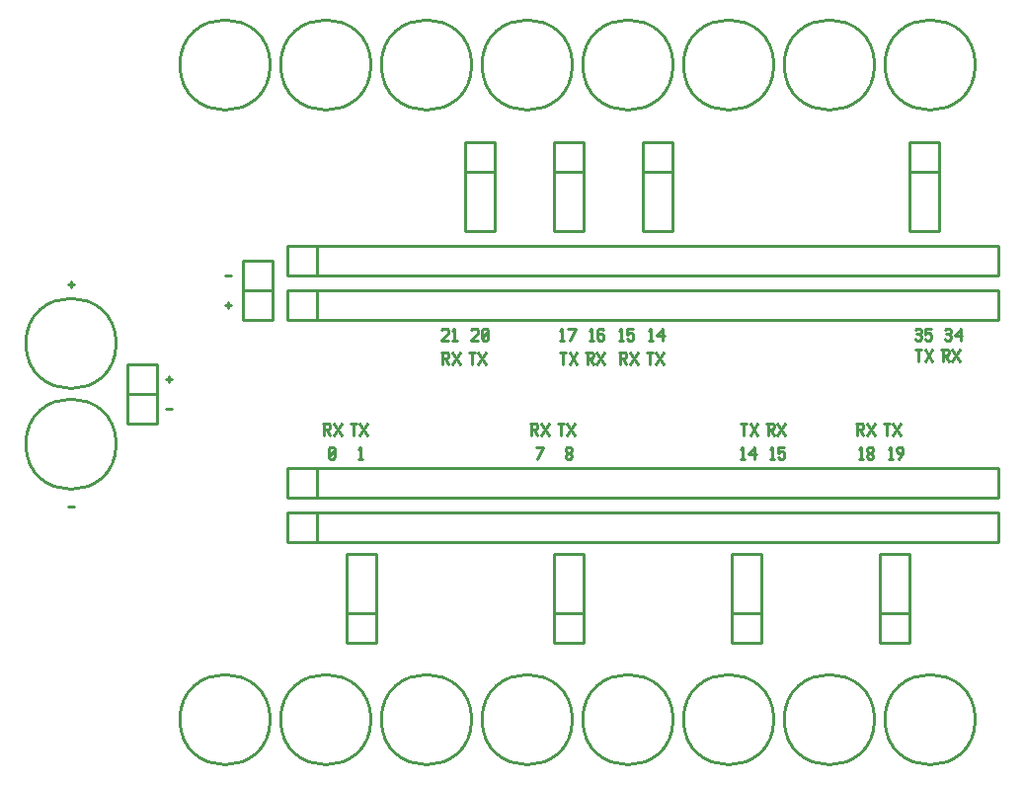
<source format=gbr>
G04 start of page 7 for group -4079 idx -4079 *
G04 Title: Lorcan, topsilk *
G04 Creator: pcb 4.2.2 *
G04 CreationDate: Fri Nov  6 00:45:05 2020 UTC *
G04 For: ericl *
G04 Format: Gerber/RS-274X *
G04 PCB-Dimensions (mil): 6000.00 5000.00 *
G04 PCB-Coordinate-Origin: lower left *
%MOIN*%
%FSLAX25Y25*%
%LNTOPSILK*%
%ADD36C,0.0100*%
G54D36*X342000Y246500D02*X342500Y246000D01*
X342000Y247300D02*Y246500D01*
Y247300D02*X342700Y248000D01*
X343300D01*
X344000Y247300D01*
Y246500D01*
X343500Y246000D02*X344000Y246500D01*
X342500Y246000D02*X343500D01*
X342000Y248700D02*X342700Y248000D01*
X342000Y249500D02*Y248700D01*
Y249500D02*X342500Y250000D01*
X343500D01*
X344000Y249500D01*
Y248700D01*
X343300Y248000D02*X344000Y248700D01*
X401000Y249200D02*X401800Y250000D01*
Y246000D01*
X401000D02*X402500D01*
X403700Y247500D02*X405700Y250000D01*
X403700Y247500D02*X406200D01*
X405700Y250000D02*Y246000D01*
X411000Y249200D02*X411800Y250000D01*
Y246000D01*
X411000D02*X412500D01*
X413700Y250000D02*X415700D01*
X413700D02*Y248000D01*
X414200Y248500D01*
X415200D01*
X415700Y248000D01*
Y246500D01*
X415200Y246000D02*X415700Y246500D01*
X414200Y246000D02*X415200D01*
X413700Y246500D02*X414200Y246000D01*
X441000Y249200D02*X441800Y250000D01*
Y246000D01*
X441000D02*X442500D01*
X443700Y246500D02*X444200Y246000D01*
X443700Y247300D02*Y246500D01*
Y247300D02*X444400Y248000D01*
X445000D01*
X445700Y247300D01*
Y246500D01*
X445200Y246000D02*X445700Y246500D01*
X444200Y246000D02*X445200D01*
X443700Y248700D02*X444400Y248000D01*
X443700Y249500D02*Y248700D01*
Y249500D02*X444200Y250000D01*
X445200D01*
X445700Y249500D01*
Y248700D01*
X445000Y248000D02*X445700Y248700D01*
X451000Y249200D02*X451800Y250000D01*
Y246000D01*
X451000D02*X452500D01*
X454200D02*X455700Y248000D01*
Y249500D02*Y248000D01*
X455200Y250000D02*X455700Y249500D01*
X454200Y250000D02*X455200D01*
X453700Y249500D02*X454200Y250000D01*
X453700Y249500D02*Y248500D01*
X454200Y248000D01*
X455700D01*
X401000Y258000D02*X403000D01*
X402000D02*Y254000D01*
X404200D02*X406700Y258000D01*
X404200D02*X406700Y254000D01*
X409700Y258000D02*X411700D01*
X412200Y257500D01*
Y256500D01*
X411700Y256000D02*X412200Y256500D01*
X410200Y256000D02*X411700D01*
X410200Y258000D02*Y254000D01*
X411000Y256000D02*X412200Y254000D01*
X413400D02*X415900Y258000D01*
X413400D02*X415900Y254000D01*
X440000Y258000D02*X442000D01*
X442500Y257500D01*
Y256500D01*
X442000Y256000D02*X442500Y256500D01*
X440500Y256000D02*X442000D01*
X440500Y258000D02*Y254000D01*
X441300Y256000D02*X442500Y254000D01*
X443700D02*X446200Y258000D01*
X443700D02*X446200Y254000D01*
X449200Y258000D02*X451200D01*
X450200D02*Y254000D01*
X452400D02*X454900Y258000D01*
X452400D02*X454900Y254000D01*
X460000Y289500D02*X460500Y290000D01*
X461500D01*
X462000Y289500D01*
X461500Y286000D02*X462000Y286500D01*
X460500Y286000D02*X461500D01*
X460000Y286500D02*X460500Y286000D01*
Y288200D02*X461500D01*
X462000Y289500D02*Y288700D01*
Y287700D02*Y286500D01*
Y287700D02*X461500Y288200D01*
X462000Y288700D02*X461500Y288200D01*
X463200Y290000D02*X465200D01*
X463200D02*Y288000D01*
X463700Y288500D01*
X464700D01*
X465200Y288000D01*
Y286500D01*
X464700Y286000D02*X465200Y286500D01*
X463700Y286000D02*X464700D01*
X463200Y286500D02*X463700Y286000D01*
X470000Y289500D02*X470500Y290000D01*
X471500D01*
X472000Y289500D01*
X471500Y286000D02*X472000Y286500D01*
X470500Y286000D02*X471500D01*
X470000Y286500D02*X470500Y286000D01*
Y288200D02*X471500D01*
X472000Y289500D02*Y288700D01*
Y287700D02*Y286500D01*
Y287700D02*X471500Y288200D01*
X472000Y288700D02*X471500Y288200D01*
X473200Y287500D02*X475200Y290000D01*
X473200Y287500D02*X475700D01*
X475200Y290000D02*Y286000D01*
X460000Y283000D02*X462000D01*
X461000D02*Y279000D01*
X463200D02*X465700Y283000D01*
X463200D02*X465700Y279000D01*
X468700Y283000D02*X470700D01*
X471200Y282500D01*
Y281500D01*
X470700Y281000D02*X471200Y281500D01*
X469200Y281000D02*X470700D01*
X469200Y283000D02*Y279000D01*
X470000Y281000D02*X471200Y279000D01*
X472400D02*X474900Y283000D01*
X472400D02*X474900Y279000D01*
X360000Y282000D02*X362000D01*
X362500Y281500D01*
Y280500D01*
X362000Y280000D02*X362500Y280500D01*
X360500Y280000D02*X362000D01*
X360500Y282000D02*Y278000D01*
X361300Y280000D02*X362500Y278000D01*
X363700D02*X366200Y282000D01*
X363700D02*X366200Y278000D01*
X369200Y282000D02*X371200D01*
X370200D02*Y278000D01*
X372400D02*X374900Y282000D01*
X372400D02*X374900Y278000D01*
X262000Y246500D02*X262500Y246000D01*
X262000Y249500D02*Y246500D01*
Y249500D02*X262500Y250000D01*
X263500D01*
X264000Y249500D01*
Y246500D01*
X263500Y246000D02*X264000Y246500D01*
X262500Y246000D02*X263500D01*
X262000Y247000D02*X264000Y249000D01*
X272000Y249200D02*X272800Y250000D01*
Y246000D01*
X272000D02*X273500D01*
X332500D02*X334500Y250000D01*
X332000D02*X334500D01*
X260000Y258000D02*X262000D01*
X262500Y257500D01*
Y256500D01*
X262000Y256000D02*X262500Y256500D01*
X260500Y256000D02*X262000D01*
X260500Y258000D02*Y254000D01*
X261300Y256000D02*X262500Y254000D01*
X263700D02*X266200Y258000D01*
X263700D02*X266200Y254000D01*
X269200Y258000D02*X271200D01*
X270200D02*Y254000D01*
X272400D02*X274900Y258000D01*
X272400D02*X274900Y254000D01*
X330000Y258000D02*X332000D01*
X332500Y257500D01*
Y256500D01*
X332000Y256000D02*X332500Y256500D01*
X330500Y256000D02*X332000D01*
X330500Y258000D02*Y254000D01*
X331300Y256000D02*X332500Y254000D01*
X333700D02*X336200Y258000D01*
X333700D02*X336200Y254000D01*
X339200Y258000D02*X341200D01*
X340200D02*Y254000D01*
X342400D02*X344900Y258000D01*
X342400D02*X344900Y254000D01*
X300000Y289500D02*X300500Y290000D01*
X302000D01*
X302500Y289500D01*
Y288500D01*
X300000Y286000D02*X302500Y288500D01*
X300000Y286000D02*X302500D01*
X303700Y289200D02*X304500Y290000D01*
Y286000D01*
X303700D02*X305200D01*
X300000Y282000D02*X302000D01*
X302500Y281500D01*
Y280500D01*
X302000Y280000D02*X302500Y280500D01*
X300500Y280000D02*X302000D01*
X300500Y282000D02*Y278000D01*
X301300Y280000D02*X302500Y278000D01*
X303700D02*X306200Y282000D01*
X303700D02*X306200Y278000D01*
X309200Y282000D02*X311200D01*
X310200D02*Y278000D01*
X312400D02*X314900Y282000D01*
X312400D02*X314900Y278000D01*
X340000Y282000D02*X342000D01*
X341000D02*Y278000D01*
X343200D02*X345700Y282000D01*
X343200D02*X345700Y278000D01*
X348700Y282000D02*X350700D01*
X351200Y281500D01*
Y280500D01*
X350700Y280000D02*X351200Y280500D01*
X349200Y280000D02*X350700D01*
X349200Y282000D02*Y278000D01*
X350000Y280000D02*X351200Y278000D01*
X352400D02*X354900Y282000D01*
X352400D02*X354900Y278000D01*
X310000Y289500D02*X310500Y290000D01*
X312000D01*
X312500Y289500D01*
Y288500D01*
X310000Y286000D02*X312500Y288500D01*
X310000Y286000D02*X312500D01*
X313700Y286500D02*X314200Y286000D01*
X313700Y289500D02*Y286500D01*
Y289500D02*X314200Y290000D01*
X315200D01*
X315700Y289500D01*
Y286500D01*
X315200Y286000D02*X315700Y286500D01*
X314200Y286000D02*X315200D01*
X313700Y287000D02*X315700Y289000D01*
X340000Y289200D02*X340800Y290000D01*
Y286000D01*
X340000D02*X341500D01*
X343200D02*X345200Y290000D01*
X342700D02*X345200D01*
X350000Y289200D02*X350800Y290000D01*
Y286000D01*
X350000D02*X351500D01*
X354200Y290000D02*X354700Y289500D01*
X353200Y290000D02*X354200D01*
X352700Y289500D02*X353200Y290000D01*
X352700Y289500D02*Y286500D01*
X353200Y286000D01*
X354200Y288200D02*X354700Y287700D01*
X352700Y288200D02*X354200D01*
X353200Y286000D02*X354200D01*
X354700Y286500D01*
Y287700D02*Y286500D01*
X360000Y289200D02*X360800Y290000D01*
Y286000D01*
X360000D02*X361500D01*
X362700Y290000D02*X364700D01*
X362700D02*Y288000D01*
X363200Y288500D01*
X364200D01*
X364700Y288000D01*
Y286500D01*
X364200Y286000D02*X364700Y286500D01*
X363200Y286000D02*X364200D01*
X362700Y286500D02*X363200Y286000D01*
X370000Y289200D02*X370800Y290000D01*
Y286000D01*
X370000D02*X371500D01*
X372700Y287500D02*X374700Y290000D01*
X372700Y287500D02*X375200D01*
X374700Y290000D02*Y286000D01*
X174000Y305000D02*X176000D01*
X175000Y306000D02*Y304000D01*
X227000Y298000D02*X229000D01*
X228000Y299000D02*Y297000D01*
X227000Y308000D02*X229000D01*
X207000Y273000D02*X209000D01*
X208000Y274000D02*Y272000D01*
X207000Y263000D02*X209000D01*
X174000Y230000D02*X176000D01*
X159764Y285000D02*G75*G03X159764Y285000I15236J0D01*G01*
Y251000D02*G75*G03X159764Y251000I15236J0D01*G01*
X245764Y158000D02*G75*G03X245764Y158000I15236J0D01*G01*
X313764D02*G75*G03X313764Y158000I15236J0D01*G01*
X279764D02*G75*G03X279764Y158000I15236J0D01*G01*
X211764D02*G75*G03X211764Y158000I15236J0D01*G01*
X204000Y278000D02*Y258000D01*
X194000Y278000D02*X204000D01*
X194000D02*Y258000D01*
X204000D01*
X194000Y268000D02*X204000D01*
X194000D02*Y258000D01*
X248000Y233000D02*X488000D01*
Y243000D02*Y233000D01*
X248000Y243000D02*X488000D01*
X248000D02*Y233000D01*
X258000Y243000D02*Y233000D01*
X248000Y243000D02*X258000D01*
X408000Y214000D02*Y184000D01*
X398000Y214000D02*X408000D01*
X398000D02*Y184000D01*
X408000D01*
X398000Y194000D02*X408000D01*
X398000D02*Y184000D01*
X458000Y214000D02*Y184000D01*
X448000Y214000D02*X458000D01*
X448000D02*Y184000D01*
X458000D01*
X448000Y194000D02*X458000D01*
X448000D02*Y184000D01*
X348000Y214000D02*Y184000D01*
X338000Y214000D02*X348000D01*
X338000D02*Y184000D01*
X348000D01*
X338000Y194000D02*X348000D01*
X338000D02*Y184000D01*
X278000Y214000D02*Y184000D01*
X268000Y214000D02*X278000D01*
X268000D02*Y184000D01*
X278000D01*
X268000Y194000D02*X278000D01*
X268000D02*Y184000D01*
X248000Y218000D02*X488000D01*
Y228000D02*Y218000D01*
X248000Y228000D02*X488000D01*
X248000D02*Y218000D01*
X258000Y228000D02*Y218000D01*
X248000Y228000D02*X258000D01*
X381764Y158000D02*G75*G03X381764Y158000I15236J0D01*G01*
X347764D02*G75*G03X347764Y158000I15236J0D01*G01*
X449764D02*G75*G03X449764Y158000I15236J0D01*G01*
X415764D02*G75*G03X415764Y158000I15236J0D01*G01*
X248000Y293000D02*X488000D01*
Y303000D02*Y293000D01*
X248000Y303000D02*X488000D01*
X248000D02*Y293000D01*
X258000Y303000D02*Y293000D01*
X248000Y303000D02*X258000D01*
X338000Y353000D02*Y323000D01*
X348000D01*
Y353000D01*
X338000D01*
Y343000D02*X348000D01*
Y353000D01*
X368000D02*Y323000D01*
X378000D01*
Y353000D01*
X368000D01*
Y343000D02*X378000D01*
Y353000D01*
X458000D02*Y323000D01*
X468000D01*
Y353000D01*
X458000D01*
Y343000D02*X468000D01*
Y353000D01*
X248000Y308000D02*X488000D01*
Y318000D02*Y308000D01*
X248000Y318000D02*X488000D01*
X248000D02*Y308000D01*
X258000Y318000D02*Y308000D01*
X248000Y318000D02*X258000D01*
X245764Y379000D02*G75*G03X245764Y379000I15236J0D01*G01*
X279764D02*G75*G03X279764Y379000I15236J0D01*G01*
X211764D02*G75*G03X211764Y379000I15236J0D01*G01*
X313764D02*G75*G03X313764Y379000I15236J0D01*G01*
X381764D02*G75*G03X381764Y379000I15236J0D01*G01*
X347764D02*G75*G03X347764Y379000I15236J0D01*G01*
X449764D02*G75*G03X449764Y379000I15236J0D01*G01*
X415764D02*G75*G03X415764Y379000I15236J0D01*G01*
X308000Y353000D02*Y323000D01*
X318000D01*
Y353000D01*
X308000D01*
Y343000D02*X318000D01*
Y353000D01*
X233000Y313000D02*Y293000D01*
X243000D01*
Y313000D02*Y293000D01*
X233000Y313000D02*X243000D01*
X233000Y303000D02*X243000D01*
Y313000D02*Y303000D01*
M02*

</source>
